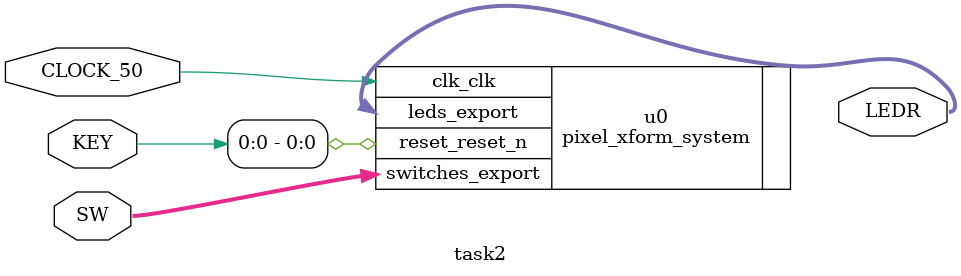
<source format=v>

module task2(CLOCK_50, SW, KEY, LEDR);

  input CLOCK_50;
  input [7:0] SW;
  input [3:0] KEY;
  output [7:0] LEDR;

  // Instantiate NiosII system module generated by the Qsys Tool
  pixel_xform_system u0 (
      .clk_clk         (CLOCK_50),    // clk.clk
      .leds_export     (LEDR),        // leds.export
      .reset_reset_n   (KEY[0]),      // reset.reset_n
      .switches_export (SW)           // switches.export
  );

endmodule

</source>
